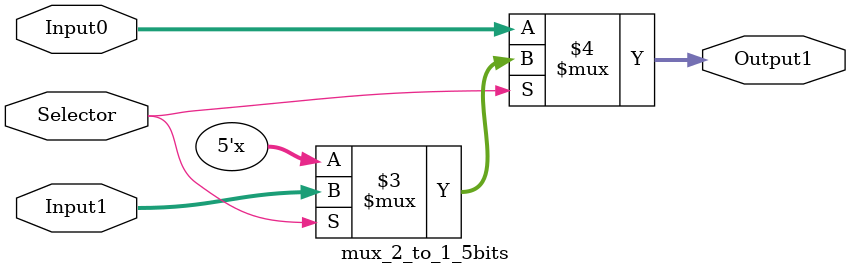
<source format=v>
`timescale 1ns/1ns
module mux_2_to_1_5bits (Output1, Input0, Input1, Selector);
    input [4:0] Input0, Input1;
    input Selector;
    
    output [4:0] Output1;
    

    assign Output1 = 	(Selector == 1'b0) ? Input0 :
		                (Selector == 1'b1) ? Input1 : 5'bx;

endmodule


</source>
